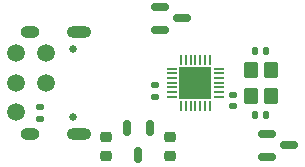
<source format=gbs>
%TF.GenerationSoftware,KiCad,Pcbnew,9.0.4*%
%TF.CreationDate,2025-08-24T10:47:50+01:00*%
%TF.ProjectId,usbc-7seg,75736263-2d37-4736-9567-2e6b69636164,rev?*%
%TF.SameCoordinates,Original*%
%TF.FileFunction,Soldermask,Bot*%
%TF.FilePolarity,Negative*%
%FSLAX46Y46*%
G04 Gerber Fmt 4.6, Leading zero omitted, Abs format (unit mm)*
G04 Created by KiCad (PCBNEW 9.0.4) date 2025-08-24 10:47:50*
%MOMM*%
%LPD*%
G01*
G04 APERTURE LIST*
G04 Aperture macros list*
%AMRoundRect*
0 Rectangle with rounded corners*
0 $1 Rounding radius*
0 $2 $3 $4 $5 $6 $7 $8 $9 X,Y pos of 4 corners*
0 Add a 4 corners polygon primitive as box body*
4,1,4,$2,$3,$4,$5,$6,$7,$8,$9,$2,$3,0*
0 Add four circle primitives for the rounded corners*
1,1,$1+$1,$2,$3*
1,1,$1+$1,$4,$5*
1,1,$1+$1,$6,$7*
1,1,$1+$1,$8,$9*
0 Add four rect primitives between the rounded corners*
20,1,$1+$1,$2,$3,$4,$5,0*
20,1,$1+$1,$4,$5,$6,$7,0*
20,1,$1+$1,$6,$7,$8,$9,0*
20,1,$1+$1,$8,$9,$2,$3,0*%
G04 Aperture macros list end*
%ADD10RoundRect,0.150000X-0.587500X-0.150000X0.587500X-0.150000X0.587500X0.150000X-0.587500X0.150000X0*%
%ADD11R,2.700000X2.700000*%
%ADD12RoundRect,0.050000X0.050000X0.362500X-0.050000X0.362500X-0.050000X-0.362500X0.050000X-0.362500X0*%
%ADD13RoundRect,0.050000X0.362500X0.050000X-0.362500X0.050000X-0.362500X-0.050000X0.362500X-0.050000X0*%
%ADD14RoundRect,0.140000X-0.170000X0.140000X-0.170000X-0.140000X0.170000X-0.140000X0.170000X0.140000X0*%
%ADD15RoundRect,0.225000X0.250000X-0.225000X0.250000X0.225000X-0.250000X0.225000X-0.250000X-0.225000X0*%
%ADD16RoundRect,0.225000X-0.250000X0.225000X-0.250000X-0.225000X0.250000X-0.225000X0.250000X0.225000X0*%
%ADD17C,1.500000*%
%ADD18RoundRect,0.140000X-0.140000X-0.170000X0.140000X-0.170000X0.140000X0.170000X-0.140000X0.170000X0*%
%ADD19RoundRect,0.250000X0.350000X-0.450000X0.350000X0.450000X-0.350000X0.450000X-0.350000X-0.450000X0*%
%ADD20RoundRect,0.150000X-0.150000X0.512500X-0.150000X-0.512500X0.150000X-0.512500X0.150000X0.512500X0*%
%ADD21RoundRect,0.140000X0.140000X0.170000X-0.140000X0.170000X-0.140000X-0.170000X0.140000X-0.170000X0*%
%ADD22RoundRect,0.135000X0.185000X-0.135000X0.185000X0.135000X-0.185000X0.135000X-0.185000X-0.135000X0*%
%ADD23O,1.600000X1.000000*%
%ADD24O,2.100000X1.000000*%
%ADD25C,0.650000*%
G04 APERTURE END LIST*
D10*
%TO.C,Q1*%
X142305000Y-98050000D03*
X140430000Y-97100000D03*
X140430000Y-99000000D03*
%TD*%
D11*
%TO.C,U3*%
X143430000Y-103500000D03*
D12*
X144630000Y-101537500D03*
X144230000Y-101537500D03*
X143830000Y-101537500D03*
X143430000Y-101537500D03*
X143030000Y-101537500D03*
X142630000Y-101537500D03*
X142230000Y-101537500D03*
D13*
X141467500Y-102300000D03*
X141467500Y-102700000D03*
X141467500Y-103100000D03*
X141467500Y-103500000D03*
X141467500Y-103900000D03*
X141467500Y-104300000D03*
X141467500Y-104700000D03*
D12*
X142230000Y-105462500D03*
X142630000Y-105462500D03*
X143030000Y-105462500D03*
X143430000Y-105462500D03*
X143830000Y-105462500D03*
X144230000Y-105462500D03*
X144630000Y-105462500D03*
D13*
X145392500Y-104700000D03*
X145392500Y-104300000D03*
X145392500Y-103900000D03*
X145392500Y-103500000D03*
X145392500Y-103100000D03*
X145392500Y-102700000D03*
X145392500Y-102300000D03*
%TD*%
D10*
%TO.C,Q2*%
X151337500Y-108800000D03*
X149462500Y-107850000D03*
X149462500Y-109750000D03*
%TD*%
D14*
%TO.C,C3*%
X140000000Y-104680000D03*
X140000000Y-103720000D03*
%TD*%
D15*
%TO.C,C1*%
X135900000Y-108125000D03*
X135900000Y-109675000D03*
%TD*%
D14*
%TO.C,C4*%
X146630000Y-105480000D03*
X146630000Y-104520000D03*
%TD*%
D16*
%TO.C,C2*%
X141300000Y-109675000D03*
X141300000Y-108125000D03*
%TD*%
D17*
%TO.C,TP5*%
X128250000Y-101000000D03*
%TD*%
D18*
%TO.C,C5*%
X149430000Y-106200000D03*
X148470000Y-106200000D03*
%TD*%
D19*
%TO.C,Y1*%
X149800000Y-104600000D03*
X149800000Y-102400000D03*
X148100000Y-102400000D03*
X148100000Y-104600000D03*
%TD*%
D20*
%TO.C,U4*%
X138600000Y-109637500D03*
X139550000Y-107362500D03*
X137650000Y-107362500D03*
%TD*%
D21*
%TO.C,C6*%
X148470000Y-100800000D03*
X149430000Y-100800000D03*
%TD*%
D17*
%TO.C,TP2*%
X128250000Y-103500000D03*
%TD*%
%TO.C,TP1*%
X128250000Y-106000000D03*
%TD*%
D22*
%TO.C,R3*%
X130250000Y-106610000D03*
X130250000Y-105590000D03*
%TD*%
D17*
%TO.C,TP3*%
X130750000Y-103500000D03*
%TD*%
%TO.C,TP4*%
X130750000Y-101000000D03*
%TD*%
D23*
%TO.C,J1*%
X129425000Y-107820000D03*
D24*
X133605000Y-107820000D03*
D23*
X129425000Y-99180000D03*
D24*
X133605000Y-99180000D03*
D25*
X133105000Y-106390000D03*
X133105000Y-100610000D03*
%TD*%
M02*

</source>
